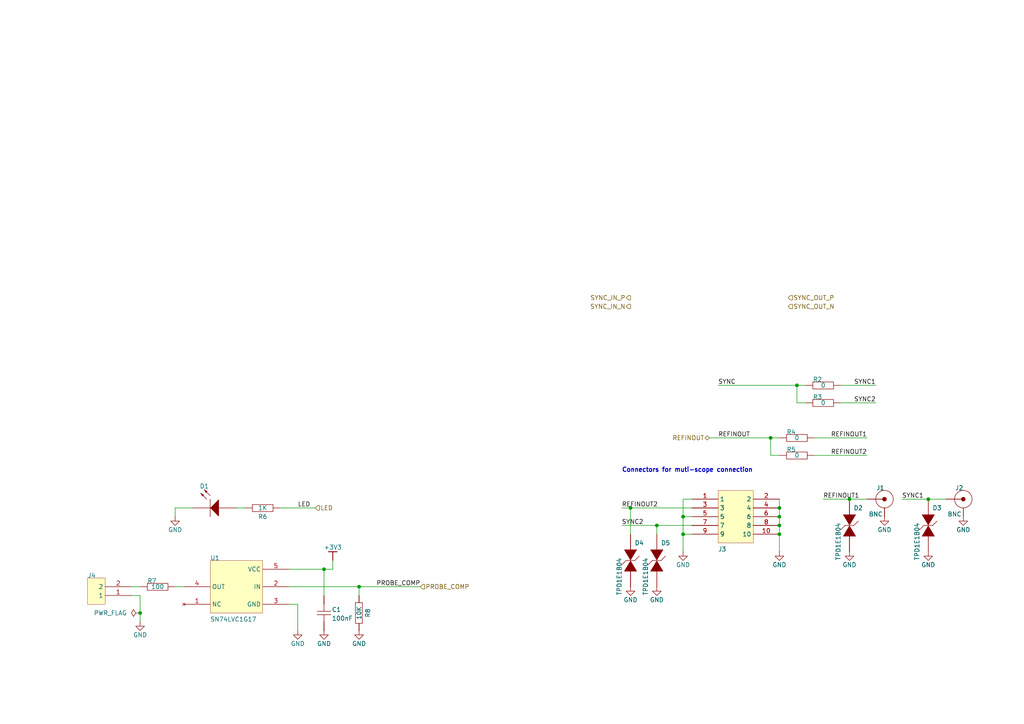
<source format=kicad_sch>
(kicad_sch (version 20241004) (generator "eeschema") (generator_version "8.99")
  (paper "A4")
  (title_block (title "ThunderScope") (rev "5") (company "EEVengers"))
  (lib_symbols
    (symbol "Thunderscope_Rev5:+3V3_BAR" (power)
      (property "Value" "+3V3" (at 0 -3.81 0))
      (symbol "+3V3_BAR_0_0"
        (polyline (pts (xy -1.27 -2.54) (xy 1.27 -2.54)) (stroke (width 0.254)))
        (polyline (pts (xy 0 0) (xy 0 -2.54)) (stroke (width 0.254)))
        (pin power_in line (at 0 0 0) (length 0) (hide yes) (name "+3V3") (number ""))
      )
    )
    (symbol "Thunderscope_Rev5:BNC JACK R/A" (pin_numbers (hide yes)) (pin_names (hide yes))
      (property "Reference" "J" (at 0 0 0))
      (property "Value" "BNC" (at 0 0 0))
      (symbol "BNC JACK R/A_1_0"
        (circle (center 0 0) (radius 2.54))
        (circle (center 0 0) (radius 0.635) (stroke (width -0.0001)) (fill (type outline)))
        (pin passive line (at 0 -5.08 90) (length 2.54) (name "SHIELD") (number "2"))
        (pin passive line (at 5.08 0 180) (length 5.08) (name "Signal") (number "1"))
      )
    )
    (symbol "Thunderscope_Rev5:CAP 100nF 16V X7R 0402" (pin_numbers (hide yes)) (pin_names (hide yes))
      (property "Reference" "C" (at 0 0 0))
      (property "Value" "${ALTIUM_VALUE}" (at 0 0 0))
      (symbol "CAP 100nF 16V X7R 0402_1_0"
        (polyline (pts (xy -2 0.5) (xy 2 0.5)))
        (polyline (pts (xy -2 -0.5) (xy 2 -0.5)))
        (polyline (pts (xy 0 2.54) (xy 0 0.5)))
        (polyline (pts (xy 0 -2.54) (xy 0 -0.5)))
        (pin passive line (at 0 5.08 270) (length 2.54) (name "2") (number "2"))
        (pin passive line (at 0 -5.08 90) (length 2.54) (name "1") (number "1"))
      )
    )
    (symbol "Thunderscope_Rev5:CONN 1.27mm 2x5 Pin TH RA"
      (property "Reference" "J" (at 0 0 0))
      (property "Value" "1.27mm 6 Pin TH" (at 0 0 0))
      (symbol "CONN 1.27mm 2x5 Pin TH RA_1_0"
        (rectangle (start 10.16 0) (end 0 -15.24) (stroke (width 0.0254) (color 128 0 0 1)) (fill (type background)))
        (pin passive line (at -7.62 -2.54 0) (length 7.62) (name "1") (number "1"))
        (pin passive line (at -7.62 -5.08 0) (length 7.62) (name "3") (number "3"))
        (pin passive line (at -7.62 -7.62 0) (length 7.62) (name "5") (number "5"))
        (pin passive line (at -7.62 -10.16 0) (length 7.62) (name "7") (number "7"))
        (pin passive line (at -7.62 -12.7 0) (length 7.62) (name "9") (number "9"))
        (pin passive line (at 17.78 -2.54 180) (length 7.62) (name "2") (number "2"))
        (pin passive line (at 17.78 -5.08 180) (length 7.62) (name "4") (number "4"))
        (pin passive line (at 17.78 -7.62 180) (length 7.62) (name "6") (number "6"))
        (pin passive line (at 17.78 -10.16 180) (length 7.62) (name "8") (number "8"))
        (pin passive line (at 17.78 -12.7 180) (length 7.62) (name "10") (number "10"))
      )
    )
    (symbol "Thunderscope_Rev5:CONN 5.08mm 2 Pin TH RA"
      (property "Reference" "J" (at 0 0 0))
      (property "Value" "TSW-101-16-G-Q-RA" (at 0 0 0))
      (symbol "CONN 5.08mm 2 Pin TH RA_1_0"
        (rectangle (start 2.54 2.54) (end -2.54 -5.08) (stroke (width 0.0254) (color 128 0 0 1)) (fill (type background)))
        (pin passive line (at 10.16 0 180) (length 7.62) (name "2") (number "2"))
        (pin passive line (at 10.16 -2.54 180) (length 7.62) (name "1") (number "1"))
      )
    )
    (symbol "Thunderscope_Rev5:GND" (power) (pin_numbers (hide yes)) (pin_names (offset 0) (hide yes))
      (property "Value" "GND" (at 0 -3.81 0))
      (symbol "GND_0_1"
        (polyline (pts (xy 0 0) (xy 0 -1.27) (xy 1.27 -1.27) (xy 0 -2.54) (xy -1.27 -1.27) (xy 0 -1.27)))
      )
      (symbol "GND_1_1"
        (pin power_in line (at 0 0 270) (length 0) (name "~") (number "1"))
      )
    )
    (symbol "Thunderscope_Rev5:IC BUFFER SN74LVC1G17"
      (property "Reference" "U" (at 0 0 0))
      (property "Value" "SN74LVC1G17" (at 0 0 0))
      (symbol "IC BUFFER SN74LVC1G17_1_0"
        (rectangle (start 7.62 7.62) (end -7.62 -7.62) (stroke (width 0.0254) (color 128 0 0 1)) (fill (type background)))
        (pin output line (at -15.24 0 0) (length 7.62) (name "OUT") (number "4"))
        (pin no_connect line (at -15.24 -5.08 0) (length 7.62) (name "NC") (number "1"))
        (pin power_in line (at 15.24 5.08 180) (length 7.62) (name "VCC") (number "5"))
        (pin input line (at 15.24 0 180) (length 7.62) (name "IN") (number "2"))
        (pin power_in line (at 15.24 -5.08 180) (length 7.62) (name "GND") (number "3"))
      )
    )
    (symbol "Thunderscope_Rev5:LED GREEN 0603 LTST-S270K" (pin_numbers (hide yes)) (pin_names (hide yes))
      (property "Reference" "D" (at 0 0 0))
      (property "Value" "GREEN" (at 0 0 0))
      (symbol "LED GREEN 0603 LTST-S270K_1_0"
        (polyline (pts (xy -4.064 4.318) (xy -3.048 3.81) (xy -3.556 3.302) (xy -4.064 4.318)) (stroke (width -0.0001)) (fill (type outline)))
        (polyline (pts (xy -3.048 5.334) (xy -2.032 4.826) (xy -2.54 4.318) (xy -3.048 5.334)) (stroke (width -0.0001)) (fill (type outline)))
        (polyline (pts (xy -2.286 2.54) (xy -4.064 4.318)))
        (polyline (pts (xy -1.27 3.556) (xy -3.048 5.334)))
        (polyline (pts (xy -1.27 2.54) (xy -1.27 -2.54)))
        (polyline (pts (xy 1.27 -2.54) (xy -1.27 0) (xy 1.27 2.54) (xy 1.27 -2.54)) (stroke (width -0.0001)) (fill (type outline)))
        (pin passive line (at -6.35 0 0) (length 5.08) (name "K") (number "1"))
        (pin passive line (at 6.35 0 180) (length 5.08) (name "A") (number "2"))
      )
    )
    (symbol "Thunderscope_Rev5:RES 0 OHM 1/16W 0402" (pin_numbers (hide yes)) (pin_names (hide yes))
      (property "Reference" "R" (at 0 0 0))
      (property "Value" "${ALTIUM_VALUE}" (at 0 0 0))
      (symbol "RES 0 OHM 1/16W 0402_1_0"
        (rectangle (start 3 0.976) (end -3 -1.056))
        (pin passive line (at -5.08 0 0) (length 2) (name "1") (number "1"))
        (pin passive line (at 5.08 0 180) (length 2) (name "2") (number "2"))
      )
    )
    (symbol "Thunderscope_Rev5:RES 100 OHM 1% 1/10W 0402" (pin_numbers (hide yes)) (pin_names (hide yes))
      (property "Reference" "R" (at 0 0 0))
      (property "Value" "${ALTIUM_VALUE}" (at 0 0 0))
      (symbol "RES 100 OHM 1% 1/10W 0402_1_0"
        (rectangle (start 3 0.976) (end -3 -1.056))
        (pin passive line (at -5.08 0 0) (length 2) (name "1") (number "1"))
        (pin passive line (at 5.08 0 180) (length 2) (name "2") (number "2"))
      )
    )
    (symbol "Thunderscope_Rev5:RES 10K OHM 1% 1/10W 0402" (pin_numbers (hide yes)) (pin_names (hide yes))
      (property "Reference" "R" (at 0 0 0))
      (property "Value" "${ALTIUM_VALUE}" (at 0 0 0))
      (symbol "RES 10K OHM 1% 1/10W 0402_1_0"
        (rectangle (start 3 1.056) (end -3 -0.976))
        (pin passive line (at -5.08 0 0) (length 2) (name "2") (number "2"))
        (pin passive line (at 5.08 0 180) (length 2) (name "1") (number "1"))
      )
    )
    (symbol "Thunderscope_Rev5:RES 1K OHM 1% 1/10W 0402" (pin_numbers (hide yes)) (pin_names (hide yes))
      (property "Reference" "R" (at 0 0 0))
      (property "Value" "${ALTIUM_VALUE}" (at 0 0 0))
      (symbol "RES 1K OHM 1% 1/10W 0402_1_0"
        (rectangle (start 0.976 3) (end -1.056 -3))
        (pin passive line (at 0 5.08 270) (length 2) (name "1") (number "1"))
        (pin passive line (at 0 -5.08 90) (length 2) (name "2") (number "2"))
      )
    )
    (symbol "Thunderscope_Rev5:TVS TPD1E1B04" (pin_numbers (hide yes)) (pin_names (hide yes))
      (property "Reference" "D" (at 0 0 0))
      (property "Value" "TPD1E1B04" (at 0 0 0))
      (symbol "TVS TPD1E1B04_1_0"
        (polyline (pts (xy -1.905 3.175) (xy 0 0) (xy 1.905 3.175) (xy -1.905 3.175)) (stroke (width -0.0001)) (fill (type outline)))
        (polyline (pts (xy -1.27 0) (xy -2.54 -1.27)))
        (polyline (pts (xy -1.27 0) (xy 1.27 0)))
        (polyline (pts (xy 1.905 -3.175) (xy 0 0) (xy -1.905 -3.175) (xy 1.905 -3.175)) (stroke (width -0.0001)) (fill (type outline)))
        (polyline (pts (xy 2.54 1.27) (xy 1.27 0)))
        (pin passive line (at 0 7.62 270) (length 4.445) (name "K") (number "1"))
        (pin passive line (at 0 -7.62 90) (length 4.445) (name "A") (number "2"))
      )
    )
    (symbol "power:PWR_FLAG" (power) (pin_numbers (hide yes)) (pin_names (offset 0) (hide yes))
      (property "Value" "PWR_FLAG" (at 0 3.81 0))
      (symbol "PWR_FLAG_0_0"
        (pin power_out line (at 0 0 90) (length 0) (name "~") (number "1"))
      )
      (symbol "PWR_FLAG_0_1"
        (polyline (pts (xy 0 0) (xy 0 1.27) (xy -1.016 1.905) (xy 0 2.54) (xy 1.016 1.905) (xy 0 1.27)))
      )
    )
  )
  (text "Connectors for muti-scope connection" (at 180.34 137.16 0) (effects (font (size 1.27 1.27) (thickness 0.254) (bold yes)) (justify left bottom)))
  (junction (at 226.06 147.32))
  (junction (at 231.14 111.76))
  (junction (at 93.98 165.1))
  (junction (at 198.12 149.86))
  (junction (at 246.38 144.78))
  (junction (at 223.52 127))
  (junction (at 190.5 152.4))
  (junction (at 226.06 149.86))
  (junction (at 182.88 147.32))
  (junction (at 226.06 154.94))
  (junction (at 104.14 170.18))
  (junction (at 226.06 152.4))
  (junction (at 269.24 144.78))
  (junction (at 198.12 154.94))
  (junction (at 40.64 177.8))
  (wire (pts (xy 86.36 175.26) (xy 86.36 182.88)))
  (wire (pts (xy 182.88 154.94) (xy 182.88 147.32)))
  (wire (pts (xy 83.82 170.18) (xy 104.14 170.18)))
  (wire (pts (xy 190.5 152.4) (xy 200.66 152.4)))
  (wire (pts (xy 190.5 152.4) (xy 190.5 154.94)))
  (wire (pts (xy 236.22 127) (xy 251.46 127)))
  (wire (pts (xy 198.12 149.86) (xy 198.12 154.94)))
  (wire (pts (xy 226.06 152.4) (xy 226.06 154.94)))
  (wire (pts (xy 223.52 127) (xy 205.74 127)))
  (wire (pts (xy 50.8 170.18) (xy 53.34 170.18)))
  (wire (pts (xy 40.64 172.72) (xy 38.1 172.72)))
  (wire (pts (xy 231.14 116.84) (xy 231.14 111.76)))
  (wire (pts (xy 55.88 147.32) (xy 50.8 147.32)))
  (wire (pts (xy 40.64 180.34) (xy 40.64 177.8)))
  (wire (pts (xy 233.68 111.76) (xy 231.14 111.76)))
  (wire (pts (xy 38.1 170.18) (xy 40.64 170.18)))
  (wire (pts (xy 198.12 160.02) (xy 198.12 154.94)))
  (wire (pts (xy 50.8 147.32) (xy 50.8 149.86)))
  (wire (pts (xy 71.12 147.32) (xy 68.58 147.32)))
  (wire (pts (xy 93.98 165.1) (xy 83.82 165.1)))
  (wire (pts (xy 81.28 147.32) (xy 91.44 147.32)))
  (wire (pts (xy 226.06 132.08) (xy 223.52 132.08)))
  (wire (pts (xy 226.06 144.78) (xy 226.06 147.32)))
  (wire (pts (xy 269.24 144.78) (xy 274.32 144.78)))
  (wire (pts (xy 246.38 144.78) (xy 251.46 144.78)))
  (wire (pts (xy 40.64 177.8) (xy 40.64 172.72)))
  (wire (pts (xy 182.88 147.32) (xy 200.66 147.32)))
  (wire (pts (xy 261.62 144.78) (xy 269.24 144.78)))
  (wire (pts (xy 180.34 152.4) (xy 190.5 152.4)))
  (wire (pts (xy 104.14 170.18) (xy 121.92 170.18)))
  (wire (pts (xy 198.12 154.94) (xy 200.66 154.94)))
  (wire (pts (xy 83.82 175.26) (xy 86.36 175.26)))
  (wire (pts (xy 226.06 154.94) (xy 226.06 160.02)))
  (wire (pts (xy 223.52 132.08) (xy 223.52 127)))
  (wire (pts (xy 243.84 111.76) (xy 254 111.76)))
  (wire (pts (xy 93.98 165.1) (xy 93.98 172.72)))
  (wire (pts (xy 200.66 149.86) (xy 198.12 149.86)))
  (wire (pts (xy 226.06 147.32) (xy 226.06 149.86)))
  (wire (pts (xy 96.52 162.56) (xy 96.52 165.1)))
  (wire (pts (xy 198.12 144.78) (xy 198.12 149.86)))
  (wire (pts (xy 226.06 149.86) (xy 226.06 152.4)))
  (wire (pts (xy 200.66 144.78) (xy 198.12 144.78)))
  (wire (pts (xy 236.22 132.08) (xy 251.46 132.08)))
  (wire (pts (xy 226.06 127) (xy 223.52 127)))
  (wire (pts (xy 104.14 170.18) (xy 104.14 172.72)))
  (wire (pts (xy 180.34 147.32) (xy 182.88 147.32)))
  (wire (pts (xy 233.68 116.84) (xy 231.14 116.84)))
  (wire (pts (xy 208.28 111.76) (xy 231.14 111.76)))
  (wire (pts (xy 238.76 144.78) (xy 246.38 144.78)))
  (wire (pts (xy 96.52 165.1) (xy 93.98 165.1)))
  (wire (pts (xy 243.84 116.84) (xy 254 116.84)))
  (label "PROBE_COMP" (at 121.92 170.18 180))
  (label "REFINOUT1" (at 238.76 144.78 0))
  (label "REFINOUT2" (at 180.34 147.32 0))
  (label "SYNC1" (at 261.62 144.78 0))
  (label "SYNC1" (at 254 111.76 180))
  (label "REFINOUT" (at 208.28 127 0))
  (label "SYNC2" (at 254 116.84 180))
  (label "SYNC" (at 208.28 111.76 0))
  (label "REFINOUT1" (at 251.46 127 180))
  (label "LED" (at 86.36 147.32 0))
  (label "SYNC2" (at 180.34 152.4 0))
  (label "REFINOUT2" (at 251.46 132.08 180))
  (hierarchical_label "LED" (shape input) (at 91.44 147.32 0))
  (hierarchical_label "SYNC_OUT_N" (shape input) (at 228.6 88.9 0))
  (hierarchical_label "SYNC_IN_P" (shape output) (at 182.88 86.36 180))
  (hierarchical_label "SYNC_IN_N" (shape output) (at 182.88 88.9 180))
  (hierarchical_label "SYNC_OUT_P" (shape input) (at 228.6 86.36 0))
  (hierarchical_label "REFINOUT" (shape bidirectional) (at 205.74 127 180))
  (hierarchical_label "PROBE_COMP" (shape input) (at 121.92 170.18 0))
  (symbol (lib_id "Thunderscope_Rev5:CONN 5.08mm 2 Pin TH RA") (at 27.94 170.18 0) (unit 1)
    (property "Reference" "J4" (at 25.4 167.64 0) (effects (justify left bottom)))
    (property "Value" "TSW-101-16-G-Q-RA" (effects (hide yes)))
    (property "Footprint" "GEN_5.08mm_1x2_Pin_TH_RA" (effects (hide yes)))
    (property "SUPPLIER 1" "Mouser" (effects (hide yes)))
    (property "SUPPLIER PART NUMBER 1" "200-TSW10116GQRA" (effects (hide yes)))
    (property "MANUFACTURER" "Samtec" (effects (hide yes)))
    (property "MANUFACTURER PART NUMBER" "TSW-101-16-G-Q-RA" (effects (hide yes)))
  )
  (symbol (lib_id "Thunderscope_Rev5:LED GREEN 0603 LTST-S270K") (at 62.23 147.32 0) (unit 1)
    (property "Reference" "D1" (at 57.912 141.732 0) (effects (justify left bottom)))
    (property "Value" "GREEN" (effects (hide yes)))
    (property "Footprint" "LED_0603_LTST-S270K" (effects (hide yes)))
    (property "SUPPLIER 1" "Mouser" (effects (hide yes)))
    (property "SUPPLIER PART NUMBER 1" "859-LTST-S270KGKT" (effects (hide yes)))
    (property "MANUFACTURER" "Vishay Lite-On" (effects (hide yes)))
    (property "MANUFACTURER PART NUMBER" "LTST-S270KGKT" (effects (hide yes)))
  )
  (symbol (lib_id "Thunderscope_Rev5:GND") (at 104.14 182.88 0) (unit 1)
    (property "Reference" "#PWR0113" (effects (hide yes)))
    (property "Value" "GND" (at 104.14 186.69 0))
    (property "Description" "Power symbol creates a global label with name \"GND\" , ground" (effects (hide yes)))
  )
  (symbol (lib_id "Thunderscope_Rev5:CAP 100nF 16V X7R 0402") (at 93.98 177.8 0) (unit 1)
    (property "Reference" "C1" (at 96.234 177.546 0) (effects (justify left bottom)))
    (property "Value" "${ALTIUM_VALUE}" (at 96.234 180.086 0) (effects (justify left bottom)))
    (property "Footprint" "GEN_C_0402" (effects (hide yes)))
    (property "PACKAGE" "0402" (effects (hide yes)))
    (property "VOLTAGE RATING" "16V" (effects (hide yes)))
    (property "SUPPLIER 1" "Mouser" (effects (hide yes)))
    (property "SUPPLIER PART NUMBER 1" "81-GCM155R71C104KA5D" (effects (hide yes)))
    (property "ALTIUM_VALUE" "100nF" (effects (hide yes)))
    (property "HOUSE PART NUMBER" "C-100nF-0402-002" (effects (hide yes)))
    (property "MANUFACTURER" "Murata" (effects (hide yes)))
    (property "MANUFACTURER PART NUMBER" "GCM155R71C104KA55D" (effects (hide yes)))
  )
  (symbol (lib_id "Thunderscope_Rev5:GND") (at 256.54 149.86 0) (mirror y) (unit 1)
    (property "Reference" "#PWR011" (effects (hide yes)))
    (property "Value" "GND" (at 256.54 153.67 0))
    (property "Description" "Power symbol creates a global label with name \"GND\" , ground" (effects (hide yes)))
  )
  (symbol (lib_id "Thunderscope_Rev5:BNC JACK R/A") (at 256.54 144.78 0) (mirror y) (unit 1)
    (property "Reference" "J1" (at 256.54 142.24 0) (effects (justify left bottom)))
    (property "Value" "BNC" (at 254 149.86 0) (effects (justify bottom)))
    (property "Footprint" "MOL_0731000105" (effects (hide yes)))
    (property "SUPPLIER 1" "Mouser" (effects (hide yes)))
    (property "SUPPLIER PART NUMBER 1" "538-73100-0105" (effects (hide yes)))
    (property "MANUFACTURER" "Molex" (effects (hide yes)))
    (property "MANUFACTURER PART NUMBER" "73100-0105" (effects (hide yes)))
  )
  (symbol (lib_id "Thunderscope_Rev5:GND") (at 40.64 180.34 0) (unit 1)
    (property "Reference" "#PWR01" (effects (hide yes)))
    (property "Value" "GND" (at 40.64 184.15 0))
    (property "Description" "Power symbol creates a global label with name \"GND\" , ground" (effects (hide yes)))
  )
  (symbol (lib_id "Thunderscope_Rev5:RES 0 OHM 1/16W 0402") (at 231.14 132.08 0) (unit 1)
    (property "Reference" "R5" (at 228.14 131.104 0) (effects (justify left bottom)))
    (property "Value" "${ALTIUM_VALUE}" (at 231.14 132.08 0))
    (property "Footprint" "GEN_R_0402" (effects (hide yes)))
    (property "PACKAGE" "0402" (effects (hide yes)))
    (property "SUPPLIER 1" "Mouser" (effects (hide yes)))
    (property "SUPPLIER PART NUMBER 1" "603-RC0402JR-070RL" (effects (hide yes)))
    (property "ALTIUM_VALUE" "0" (effects (hide yes)))
    (property "MANUFACTURER" "Yageo" (effects (hide yes)))
    (property "MANUFACTURER PART NUMBER" "RC0402JR-070RL" (effects (hide yes)))
  )
  (symbol (lib_id "Thunderscope_Rev5:GND") (at 86.36 182.88 0) (unit 1)
    (property "Reference" "#PWR03" (effects (hide yes)))
    (property "Value" "GND" (at 86.36 186.69 0))
    (property "Description" "Power symbol creates a global label with name \"GND\" , ground" (effects (hide yes)))
  )
  (symbol (lib_id "Thunderscope_Rev5:TVS TPD1E1B04") (at 246.38 152.4 0) (unit 1)
    (property "Reference" "D2" (at 248.92 147.32 0))
    (property "Value" "TPD1E1B04" (at 243.84 162.56 90) (effects (justify left bottom)))
    (property "Footprint" "TI_X1SON_DPY0002A" (effects (hide yes)))
    (property "SUPPLIER 1" "Texas Instruments" (effects (hide yes)))
    (property "SUPPLIER PART NUMBER 1" "TPD1E1B04DPYR" (effects (hide yes)))
    (property "MANUFACTURER" "Texas Instruments" (effects (hide yes)))
    (property "MANUFACTURER PART NUMBER" "TPD1E1B04DPYR" (effects (hide yes)))
  )
  (symbol (lib_id "Thunderscope_Rev5:RES 0 OHM 1/16W 0402") (at 238.76 116.84 0) (unit 1)
    (property "Reference" "R3" (at 235.76 115.864 0) (effects (justify left bottom)))
    (property "Value" "${ALTIUM_VALUE}" (at 238.76 116.84 0))
    (property "Footprint" "GEN_R_0402" (effects (hide yes)))
    (property "PACKAGE" "0402" (effects (hide yes)))
    (property "SUPPLIER 1" "Mouser" (effects (hide yes)))
    (property "SUPPLIER PART NUMBER 1" "603-RC0402JR-070RL" (effects (hide yes)))
    (property "ALTIUM_VALUE" "0" (effects (hide yes)))
    (property "MANUFACTURER" "Yageo" (effects (hide yes)))
    (property "MANUFACTURER PART NUMBER" "RC0402JR-070RL" (effects (hide yes)))
  )
  (symbol (lib_id "power:PWR_FLAG") (at 40.64 177.8 90) (unit 1)
    (property "Reference" "#FLG026" (effects (hide yes)))
    (property "Value" "PWR_FLAG" (at 36.83 177.7999 90) (effects (justify left)))
    (property "Description" "Special symbol for telling ERC where power comes from" (effects (hide yes)))
  )
  (symbol (lib_id "Thunderscope_Rev5:GND") (at 50.8 149.86 0) (unit 1)
    (property "Reference" "#PWR02" (effects (hide yes)))
    (property "Value" "GND" (at 50.8 153.67 0))
    (property "Description" "Power symbol creates a global label with name \"GND\" , ground" (effects (hide yes)))
  )
  (symbol (lib_id "Thunderscope_Rev5:RES 10K OHM 1% 1/10W 0402") (at 104.14 177.8 90) (unit 1)
    (property "Reference" "R8" (at 106.68 177.8 0))
    (property "Value" "${ALTIUM_VALUE}" (at 104.14 177.8 0))
    (property "Footprint" "GEN_R_0402" (effects (hide yes)))
    (property "TOLERANCE" "1%" (effects (hide yes)))
    (property "PACKAGE" "0402" (effects (hide yes)))
    (property "SUPPLIER 1" "Mouser" (effects (hide yes)))
    (property "SUPPLIER PART NUMBER 1" "667-ERJ-2RKF1002X" (effects (hide yes)))
    (property "ALTIUM_VALUE" "10K" (effects (hide yes)))
    (property "MANUFACTURER" "Panasonic" (effects (hide yes)))
    (property "MANUFACTURER PART NUMBER" "ERJ-2RKF1002X" (effects (hide yes)))
  )
  (symbol (lib_id "Thunderscope_Rev5:TVS TPD1E1B04") (at 269.24 152.4 0) (unit 1)
    (property "Reference" "D3" (at 271.78 147.32 0))
    (property "Value" "TPD1E1B04" (at 266.7 162.56 90) (effects (justify left bottom)))
    (property "Footprint" "TI_X1SON_DPY0002A" (effects (hide yes)))
    (property "SUPPLIER 1" "Texas Instruments" (effects (hide yes)))
    (property "SUPPLIER PART NUMBER 1" "TPD1E1B04DPYR" (effects (hide yes)))
    (property "MANUFACTURER" "Texas Instruments" (effects (hide yes)))
    (property "MANUFACTURER PART NUMBER" "TPD1E1B04DPYR" (effects (hide yes)))
  )
  (symbol (lib_id "Thunderscope_Rev5:TVS TPD1E1B04") (at 190.5 162.56 0) (unit 1)
    (property "Reference" "D5" (at 193.04 157.48 0))
    (property "Value" "TPD1E1B04" (at 187.96 172.72 90) (effects (justify left bottom)))
    (property "Footprint" "TI_X1SON_DPY0002A" (effects (hide yes)))
    (property "SUPPLIER 1" "Texas Instruments" (effects (hide yes)))
    (property "SUPPLIER PART NUMBER 1" "TPD1E1B04DPYR" (effects (hide yes)))
    (property "MANUFACTURER" "Texas Instruments" (effects (hide yes)))
    (property "MANUFACTURER PART NUMBER" "TPD1E1B04DPYR" (effects (hide yes)))
  )
  (symbol (lib_id "Thunderscope_Rev5:RES 100 OHM 1% 1/10W 0402") (at 45.72 170.18 0) (unit 1)
    (property "Reference" "R7" (at 42.72 169.204 0) (effects (justify left bottom)))
    (property "Value" "${ALTIUM_VALUE}" (at 45.72 170.18 0))
    (property "Footprint" "GEN_R_0402" (effects (hide yes)))
    (property "PACKAGE" "0402" (effects (hide yes)))
    (property "SUPPLIER 1" "Mouser" (effects (hide yes)))
    (property "SUPPLIER PART NUMBER 1" "603-RC0402FR-07100RL" (effects (hide yes)))
    (property "ALTIUM_VALUE" "100" (effects (hide yes)))
    (property "MANUFACTURER" "Yageo" (effects (hide yes)))
    (property "MANUFACTURER PART NUMBER" "RC0402FR-07100RL" (effects (hide yes)))
    (property "TOLERANCE" "1%" (effects (hide yes)))
  )
  (symbol (lib_id "Thunderscope_Rev5:+3V3_BAR") (at 96.52 162.56 180) (unit 1)
    (property "Reference" "#PWR05" (effects (hide yes)))
    (property "Value" "+3V3" (at 96.52 158.75 0))
  )
  (symbol (lib_id "Thunderscope_Rev5:GND") (at 269.24 160.02 0) (unit 1)
    (property "Reference" "#PWR012" (effects (hide yes)))
    (property "Value" "GND" (at 269.24 163.83 0))
    (property "Description" "Power symbol creates a global label with name \"GND\" , ground" (effects (hide yes)))
  )
  (symbol (lib_id "Thunderscope_Rev5:GND") (at 93.98 182.88 0) (unit 1)
    (property "Reference" "#PWR04" (effects (hide yes)))
    (property "Value" "GND" (at 93.98 186.69 0))
    (property "Description" "Power symbol creates a global label with name \"GND\" , ground" (effects (hide yes)))
  )
  (symbol (lib_id "Thunderscope_Rev5:TVS TPD1E1B04") (at 182.88 162.56 0) (unit 1)
    (property "Reference" "D4" (at 185.42 157.48 0))
    (property "Value" "TPD1E1B04" (at 180.34 172.72 90) (effects (justify left bottom)))
    (property "Footprint" "TI_X1SON_DPY0002A" (effects (hide yes)))
    (property "SUPPLIER 1" "Texas Instruments" (effects (hide yes)))
    (property "SUPPLIER PART NUMBER 1" "TPD1E1B04DPYR" (effects (hide yes)))
    (property "MANUFACTURER" "Texas Instruments" (effects (hide yes)))
    (property "MANUFACTURER PART NUMBER" "TPD1E1B04DPYR" (effects (hide yes)))
  )
  (symbol (lib_id "Thunderscope_Rev5:CONN 1.27mm 2x5 Pin TH RA") (at 208.28 142.24 0) (unit 1)
    (property "Reference" "J3" (at 208.28 160.02 0) (effects (justify left bottom)))
    (property "Value" "1.27mm 6 Pin TH" (effects (hide yes)))
    (property "Footprint" "GEN_1.27mm_2x5_Pin_TH_RA" (effects (hide yes)))
    (property "SUPPLIER 1" "Digi-Key" (effects (hide yes)))
    (property "SUPPLIER PART NUMBER 1" "1175-1628-ND" (effects (hide yes)))
    (property "MANUFACTURER" "CNC Tech" (effects (hide yes)))
    (property "MANUFACTURER PART NUMBER" "3220-10-0200-00" (effects (hide yes)))
  )
  (symbol (lib_id "Thunderscope_Rev5:GND") (at 182.88 170.18 0) (unit 1)
    (property "Reference" "#PWR06" (effects (hide yes)))
    (property "Value" "GND" (at 182.88 173.99 0))
    (property "Description" "Power symbol creates a global label with name \"GND\" , ground" (effects (hide yes)))
  )
  (symbol (lib_id "Thunderscope_Rev5:GND") (at 190.5 170.18 0) (unit 1)
    (property "Reference" "#PWR07" (effects (hide yes)))
    (property "Value" "GND" (at 190.5 173.99 0))
    (property "Description" "Power symbol creates a global label with name \"GND\" , ground" (effects (hide yes)))
  )
  (symbol (lib_id "Thunderscope_Rev5:GND") (at 226.06 160.02 0) (unit 1)
    (property "Reference" "#PWR09" (effects (hide yes)))
    (property "Value" "GND" (at 226.06 163.83 0))
    (property "Description" "Power symbol creates a global label with name \"GND\" , ground" (effects (hide yes)))
  )
  (symbol (lib_id "Thunderscope_Rev5:RES 0 OHM 1/16W 0402") (at 231.14 127 0) (unit 1)
    (property "Reference" "R4" (at 228.14 126.024 0) (effects (justify left bottom)))
    (property "Value" "${ALTIUM_VALUE}" (at 231.14 127 0))
    (property "Footprint" "GEN_R_0402" (effects (hide yes)))
    (property "PACKAGE" "0402" (effects (hide yes)))
    (property "SUPPLIER 1" "Mouser" (effects (hide yes)))
    (property "SUPPLIER PART NUMBER 1" "603-RC0402JR-070RL" (effects (hide yes)))
    (property "ALTIUM_VALUE" "0" (effects (hide yes)))
    (property "MANUFACTURER" "Yageo" (effects (hide yes)))
    (property "MANUFACTURER PART NUMBER" "RC0402JR-070RL" (effects (hide yes)))
  )
  (symbol (lib_id "Thunderscope_Rev5:GND") (at 246.38 160.02 0) (unit 1)
    (property "Reference" "#PWR010" (effects (hide yes)))
    (property "Value" "GND" (at 246.38 163.83 0))
    (property "Description" "Power symbol creates a global label with name \"GND\" , ground" (effects (hide yes)))
  )
  (symbol (lib_id "Thunderscope_Rev5:BNC JACK R/A") (at 279.4 144.78 0) (mirror y) (unit 1)
    (property "Reference" "J2" (at 279.4 142.24 0) (effects (justify left bottom)))
    (property "Value" "BNC" (at 276.86 149.86 0) (effects (justify bottom)))
    (property "Footprint" "MOL_0731000105" (effects (hide yes)))
    (property "SUPPLIER 1" "Mouser" (effects (hide yes)))
    (property "SUPPLIER PART NUMBER 1" "538-73100-0105" (effects (hide yes)))
    (property "MANUFACTURER" "Molex" (effects (hide yes)))
    (property "MANUFACTURER PART NUMBER" "73100-0105" (effects (hide yes)))
  )
  (symbol (lib_id "Thunderscope_Rev5:IC BUFFER SN74LVC1G17") (at 68.58 170.18 0) (unit 1)
    (property "Reference" "U1" (at 60.96 162.56 0) (effects (justify left bottom)))
    (property "Value" "SN74LVC1G17" (at 60.96 180.34 0) (effects (justify left bottom)))
    (property "Footprint" "GEN_SC-70-5" (effects (hide yes)))
    (property "SUPPLIER 1" "Texas Instruments" (effects (hide yes)))
    (property "SUPPLIER PART NUMBER 1" "SN74LVC1G17DBVR" (effects (hide yes)))
    (property "MANUFACTURER" "Texas Instruments" (effects (hide yes)))
    (property "MANUFACTURER PART NUMBER" "SN74LVC1G17DBVR" (effects (hide yes)))
  )
  (symbol (lib_id "Thunderscope_Rev5:GND") (at 279.4 149.86 0) (mirror y) (unit 1)
    (property "Reference" "#PWR013" (effects (hide yes)))
    (property "Value" "GND" (at 279.4 153.67 0))
    (property "Description" "Power symbol creates a global label with name \"GND\" , ground" (effects (hide yes)))
  )
  (symbol (lib_id "Thunderscope_Rev5:RES 0 OHM 1/16W 0402") (at 238.76 111.76 0) (unit 1)
    (property "Reference" "R2" (at 235.76 110.784 0) (effects (justify left bottom)))
    (property "Value" "${ALTIUM_VALUE}" (at 238.76 111.76 0))
    (property "Footprint" "GEN_R_0402" (effects (hide yes)))
    (property "PACKAGE" "0402" (effects (hide yes)))
    (property "SUPPLIER 1" "Mouser" (effects (hide yes)))
    (property "SUPPLIER PART NUMBER 1" "603-RC0402JR-070RL" (effects (hide yes)))
    (property "ALTIUM_VALUE" "0" (effects (hide yes)))
    (property "MANUFACTURER" "Yageo" (effects (hide yes)))
    (property "MANUFACTURER PART NUMBER" "RC0402JR-070RL" (effects (hide yes)))
  )
  (symbol (lib_id "Thunderscope_Rev5:RES 1K OHM 1% 1/10W 0402") (at 76.2 147.32 90) (unit 1)
    (property "Reference" "R6" (at 76.2 149.86 90))
    (property "Value" "${ALTIUM_VALUE}" (at 76.2 147.32 90))
    (property "Footprint" "GEN_R_0402" (effects (hide yes)))
    (property "TOLERANCE" "1%" (effects (hide yes)))
    (property "PACKAGE" "0402" (effects (hide yes)))
    (property "SUPPLIER 1" "Mouser" (effects (hide yes)))
    (property "SUPPLIER PART NUMBER 1" "603-RC0402FR-071KL" (effects (hide yes)))
    (property "ALTIUM_VALUE" "1K" (effects (hide yes)))
    (property "HOUSE PART NUMBER" "R-1K-0402-1%-001" (effects (hide yes)))
    (property "MANUFACTURER" "Yageo" (effects (hide yes)))
    (property "MANUFACTURER PART NUMBER" "RC0402FR-071KL" (effects (hide yes)))
  )
  (symbol (lib_id "Thunderscope_Rev5:GND") (at 198.12 160.02 0) (unit 1)
    (property "Reference" "#PWR08" (effects (hide yes)))
    (property "Value" "GND" (at 198.12 163.83 0))
    (property "Description" "Power symbol creates a global label with name \"GND\" , ground" (effects (hide yes)))
  )
)
</source>
